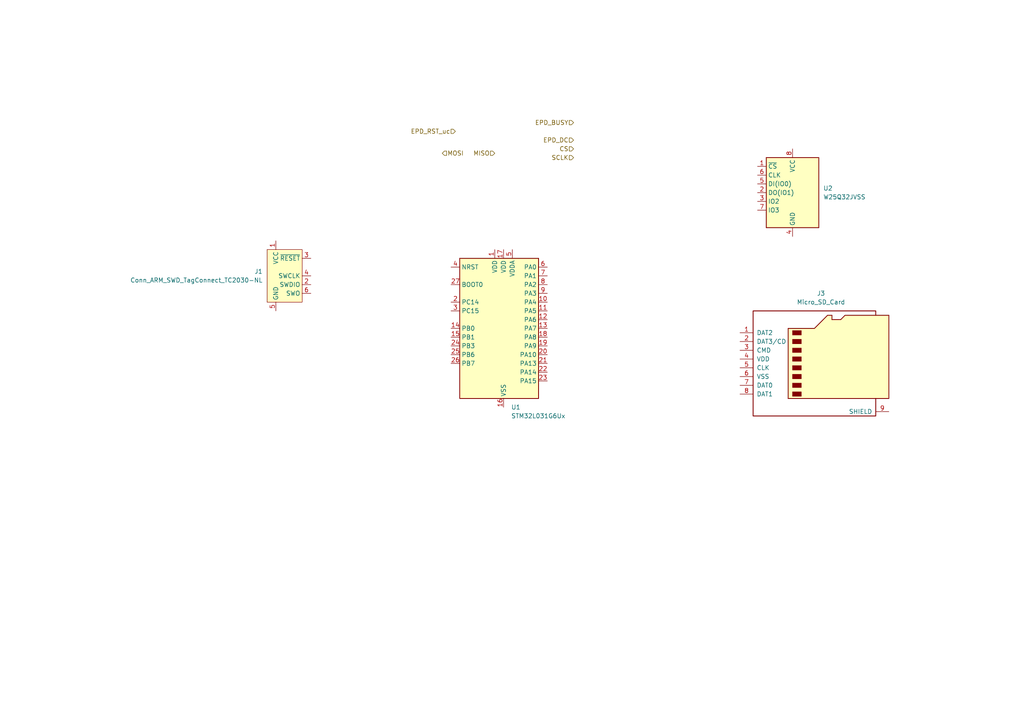
<source format=kicad_sch>
(kicad_sch (version 20231120) (generator "eeschema") (generator_version "8.0")
  (paper "A4")
  (lib_symbols
    (symbol "Connector:Conn_ARM_SWD_TagConnect_TC2030-NL" (in_bom no)
      (property "Reference" "J" (at 2.54 11.43 0))
      (property "Value" "Conn_ARM_SWD_TagConnect_TC2030-NL" (at 2.54 8.89 0))
      (symbol "Conn_ARM_SWD_TagConnect_TC2030-NL_0_0"
        (pin power_in line (at -2.54 10.16 270) (length 2.54) (name "VCC") (number "1"))
        (pin bidirectional line (at 7.62 -2.54 180) (length 2.54) (name "SWDIO") (number "2"))
        (pin open_collector line (at 7.62 5.08 180) (length 2.54) (name "~{RESET}") (number "3"))
        (pin output line (at 7.62 0 180) (length 2.54) (name "SWCLK") (number "4"))
        (pin power_in line (at -2.54 -10.16 90) (length 2.54) (name "GND") (number "5"))
        (pin input line (at 7.62 -5.08 180) (length 2.54) (name "SWO") (number "6"))
      )
      (symbol "Conn_ARM_SWD_TagConnect_TC2030-NL_0_1"
        (rectangle (start -5.08 7.62) (end 5.08 -7.62) (fill (type background)))
      )
    )
    (symbol "Connector:Micro_SD_Card" (pin_names (offset 1.016))
      (property "Reference" "J" (at -16.51 15.24 0))
      (property "Value" "Micro_SD_Card" (at 16.51 15.24 0))
      (symbol "Micro_SD_Card_0_1"
        (rectangle (start -7.62 -9.525) (end -5.08 -10.795) (fill (type outline)))
        (rectangle (start -7.62 -6.985) (end -5.08 -8.255) (fill (type outline)))
        (rectangle (start -7.62 -4.445) (end -5.08 -5.715) (fill (type outline)))
        (rectangle (start -7.62 -1.905) (end -5.08 -3.175) (fill (type outline)))
        (rectangle (start -7.62 0.635) (end -5.08 -0.635) (fill (type outline)))
        (rectangle (start -7.62 3.175) (end -5.08 1.905) (fill (type outline)))
        (rectangle (start -7.62 5.715) (end -5.08 4.445) (fill (type outline)))
        (rectangle (start -7.62 8.255) (end -5.08 6.985) (fill (type outline)))
        (polyline (pts (xy 16.51 12.7) (xy 16.51 13.97) (xy -19.05 13.97) (xy -19.05 -16.51) (xy 16.51 -16.51) (xy 16.51 -11.43)) (stroke (width 0.254)))
        (polyline (pts (xy -8.89 -11.43) (xy -8.89 8.89) (xy -1.27 8.89) (xy 2.54 12.7) (xy 3.81 12.7) (xy 3.81 11.43) (xy 6.35 11.43) (xy 7.62 12.7) (xy 20.32 12.7) (xy 20.32 -11.43) (xy -8.89 -11.43)) (stroke (width 0.254)) (fill (type background)))
      )
      (symbol "Micro_SD_Card_1_1"
        (pin bidirectional line (at -22.86 7.62 0) (length 3.81) (name "DAT2") (number "1"))
        (pin bidirectional line (at -22.86 5.08 0) (length 3.81) (name "DAT3/CD") (number "2"))
        (pin input line (at -22.86 2.54 0) (length 3.81) (name "CMD") (number "3"))
        (pin power_in line (at -22.86 0 0) (length 3.81) (name "VDD") (number "4"))
        (pin input line (at -22.86 -2.54 0) (length 3.81) (name "CLK") (number "5"))
        (pin power_in line (at -22.86 -5.08 0) (length 3.81) (name "VSS") (number "6"))
        (pin bidirectional line (at -22.86 -7.62 0) (length 3.81) (name "DAT0") (number "7"))
        (pin bidirectional line (at -22.86 -10.16 0) (length 3.81) (name "DAT1") (number "8"))
        (pin passive line (at 20.32 -15.24 180) (length 3.81) (name "SHIELD") (number "9"))
      )
    )
    (symbol "MCU_ST_STM32L0:STM32L031G6Ux"
      (property "Reference" "U" (at -10.16 21.59 0))
      (property "Value" "STM32L031G6Ux" (at 7.62 21.59 0))
      (symbol "STM32L031G6Ux_0_1"
        (rectangle (start -10.16 -20.32) (end 12.7 20.32) (stroke (width 0.254)) (fill (type background)))
      )
      (symbol "STM32L031G6Ux_1_1"
        (pin power_in line (at 0 22.86 270) (length 2.54) (name "VDD") (number "1"))
        (pin bidirectional line (at 15.24 7.62 180) (length 2.54) (name "PA4") (number "10"))
        (pin bidirectional line (at 15.24 5.08 180) (length 2.54) (name "PA5") (number "11"))
        (pin bidirectional line (at 15.24 2.54 180) (length 2.54) (name "PA6") (number "12"))
        (pin bidirectional line (at 15.24 0 180) (length 2.54) (name "PA7") (number "13"))
        (pin bidirectional line (at -12.7 0 0) (length 2.54) (name "PB0") (number "14"))
        (pin bidirectional line (at -12.7 -2.54 0) (length 2.54) (name "PB1") (number "15"))
        (pin power_in line (at 2.54 -22.86 90) (length 2.54) (name "VSS") (number "16"))
        (pin power_in line (at 2.54 22.86 270) (length 2.54) (name "VDD") (number "17"))
        (pin bidirectional line (at 15.24 -2.54 180) (length 2.54) (name "PA8") (number "18"))
        (pin bidirectional line (at 15.24 -5.08 180) (length 2.54) (name "PA9") (number "19"))
        (pin bidirectional line (at -12.7 7.62 0) (length 2.54) (name "PC14") (number "2"))
        (pin bidirectional line (at 15.24 -7.62 180) (length 2.54) (name "PA10") (number "20"))
        (pin bidirectional line (at 15.24 -10.16 180) (length 2.54) (name "PA13") (number "21"))
        (pin bidirectional line (at 15.24 -12.7 180) (length 2.54) (name "PA14") (number "22"))
        (pin bidirectional line (at 15.24 -15.24 180) (length 2.54) (name "PA15") (number "23"))
        (pin bidirectional line (at -12.7 -5.08 0) (length 2.54) (name "PB3") (number "24"))
        (pin bidirectional line (at -12.7 -7.62 0) (length 2.54) (name "PB6") (number "25"))
        (pin bidirectional line (at -12.7 -10.16 0) (length 2.54) (name "PB7") (number "26"))
        (pin input line (at -12.7 12.7 0) (length 2.54) (name "BOOT0") (number "27"))
        (pin passive line (at 2.54 -22.86 90) (length 2.54) hide (name "VSS") (number "28"))
        (pin bidirectional line (at -12.7 5.08 0) (length 2.54) (name "PC15") (number "3"))
        (pin input line (at -12.7 17.78 0) (length 2.54) (name "NRST") (number "4"))
        (pin power_in line (at 5.08 22.86 270) (length 2.54) (name "VDDA") (number "5"))
        (pin bidirectional line (at 15.24 17.78 180) (length 2.54) (name "PA0") (number "6"))
        (pin bidirectional line (at 15.24 15.24 180) (length 2.54) (name "PA1") (number "7"))
        (pin bidirectional line (at 15.24 12.7 180) (length 2.54) (name "PA2") (number "8"))
        (pin bidirectional line (at 15.24 10.16 180) (length 2.54) (name "PA3") (number "9"))
      )
    )
    (symbol "Memory_Flash:W25Q32JVSS"
      (property "Reference" "U" (at -6.35 11.43 0))
      (property "Value" "W25Q32JVSS" (at 7.62 11.43 0))
      (symbol "W25Q32JVSS_0_1"
        (rectangle (start -7.62 10.16) (end 7.62 -10.16) (stroke (width 0.254)) (fill (type background)))
      )
      (symbol "W25Q32JVSS_1_1"
        (pin input line (at -10.16 7.62 0) (length 2.54) (name "~{CS}") (number "1"))
        (pin bidirectional line (at -10.16 0 0) (length 2.54) (name "DO(IO1)") (number "2"))
        (pin bidirectional line (at -10.16 -2.54 0) (length 2.54) (name "IO2") (number "3"))
        (pin power_in line (at 0 -12.7 90) (length 2.54) (name "GND") (number "4"))
        (pin bidirectional line (at -10.16 2.54 0) (length 2.54) (name "DI(IO0)") (number "5"))
        (pin input line (at -10.16 5.08 0) (length 2.54) (name "CLK") (number "6"))
        (pin bidirectional line (at -10.16 -5.08 0) (length 2.54) (name "IO3") (number "7"))
        (pin power_in line (at 0 12.7 270) (length 2.54) (name "VCC") (number "8"))
      )
    )
  )
  (hierarchical_label "MISO" (shape input) (at 143.51 44.45 180))
  (hierarchical_label "CS" (shape input) (at 166.37 43.18 180))
  (hierarchical_label "MOSI" (shape input) (at 128.27 44.45 0))
  (hierarchical_label "EPD_DC" (shape input) (at 166.37 40.64 180))
  (hierarchical_label "EPD_RST_uc" (shape input) (at 132.08 38.1 180))
  (hierarchical_label "EPD_BUSY" (shape input) (at 166.37 35.56 180))
  (hierarchical_label "SCLK" (shape input) (at 166.37 45.72 180))
  (symbol (lib_id "Connector:Conn_ARM_SWD_TagConnect_TC2030-NL") (at 82.55 80.01 0) (unit 1) (in_bom no)
    (property "Reference" "J1" (at 76.2 78.7399 0) (effects (justify right)))
    (property "Value" "Conn_ARM_SWD_TagConnect_TC2030-NL" (at 76.2 81.2799 0) (effects (justify right)))
    (property "Footprint" "Connector:Tag-Connect_TC2030-IDC-NL_2x03_P1.27mm_Vertical" (effects (hide yes)))
    (property "Datasheet" "https://www.tag-connect.com/wp-content/uploads/bsk-pdf-manager/TC2030-CTX_1.pdf" (effects (hide yes)))
    (property "Description" "Tag-Connect ARM Cortex SWD JTAG connector, 6 pin, no legs" (effects (hide yes)))
  )
  (symbol (lib_id "MCU_ST_STM32L0:STM32L031G6Ux") (at 143.51 95.25 0) (unit 1)
    (property "Reference" "U1" (at 148.2441 118.11 0) (effects (justify left)))
    (property "Value" "STM32L031G6Ux" (at 148.2441 120.65 0) (effects (justify left)))
    (property "Footprint" "Package_DFN_QFN:QFN-28_4x4mm_P0.5mm" (effects (hide yes)))
    (property "Datasheet" "https://www.st.com/resource/en/datasheet/stm32l031g6.pdf" (effects (hide yes)))
    (property "Description" "STMicroelectronics Arm Cortex-M0+ MCU, 32KB flash, 8KB RAM, 32 MHz, 1.65-3.6V, 21 GPIO, UFQFPN28" (effects (hide yes)))
  )
  (symbol (lib_id "Connector:Micro_SD_Card") (at 237.49 104.14 0) (unit 1)
    (property "Reference" "J3" (at 238.125 85.09 0))
    (property "Value" "Micro_SD_Card" (at 238.125 87.63 0))
    (property "Datasheet" "http://katalog.we-online.de/em/datasheet/693072010801.pdf" (effects (hide yes)))
    (property "Description" "Micro SD Card Socket" (effects (hide yes)))
  )
  (symbol (lib_id "Memory_Flash:W25Q32JVSS") (at 229.87 55.88 0) (unit 1)
    (property "Reference" "U2" (at 238.76 54.6099 0) (effects (justify left)))
    (property "Value" "W25Q32JVSS" (at 238.76 57.1499 0) (effects (justify left)))
    (property "Footprint" "Package_SO:SOIC-8_5.23x5.23mm_P1.27mm" (effects (hide yes)))
    (property "Datasheet" "http://www.winbond.com/resource-files/w25q32jv%20revg%2003272018%20plus.pdf" (effects (hide yes)))
    (property "Description" "32Mb Serial Flash Memory, Standard/Dual/Quad SPI, SOIC-8" (effects (hide yes)))
  )
)
</source>
